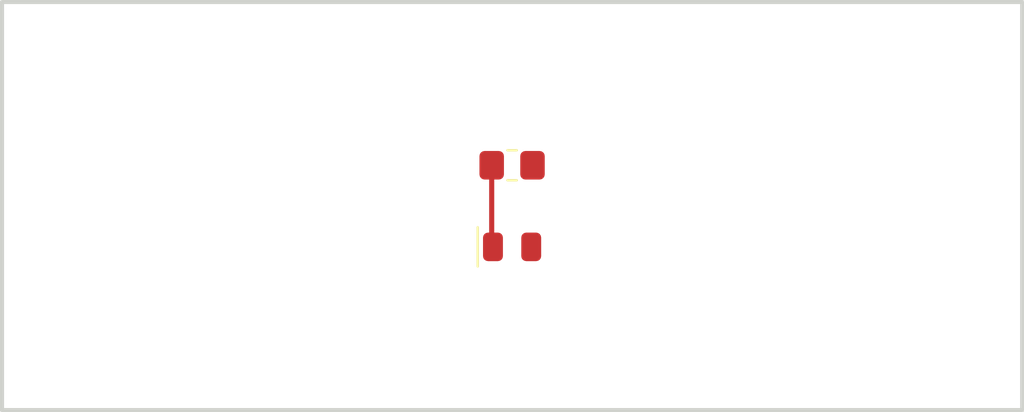
<source format=kicad_pcb>
(kicad_pcb (version 20221018) (generator pcbnew)
  (layers (0 "F.Cu" signal) (31 "B.Cu" signal) (34 "B.Paste" user) (35 "F.Paste" user) (36 "B.SilkS" user "B.Silkscreen") (37 "F.SilkS" user "F.Silkscreen") (38 "B.Mask" user) (39 "F.Mask" user) (44 "Edge.Cuts" user))
  (net 0 "")
  (net 1 "+3V3")
  (net 2 "GND")
  (net 3 "Net-(D1-A)")
  (gr_line (start 100 100) (end 150 100) (stroke (width 0.2)) (layer "Edge.Cuts"))
  (gr_line (start 150 100) (end 150 120) (stroke (width 0.2)) (layer "Edge.Cuts"))
  (gr_line (start 150 120) (end 100 120) (stroke (width 0.2)) (layer "Edge.Cuts"))
  (gr_line (start 100 120) (end 100 100) (stroke (width 0.2)) (layer "Edge.Cuts"))
  (footprint "Resistor_SMD:R_0805_2012Metric" (layer "F.Cu") (at 125 108)
    (property "Reference" "R1" (at 0 -1.65 0) (layer "F.SilkS"))
    (property "Value" "220")
    (fp_line (start -0.227064 -0.735) (end 0.227064 -0.735) (stroke (width 0.12)) (layer "F.SilkS"))
    (fp_line (start -0.227064 0.735) (end 0.227064 0.735) (stroke (width 0.12)) (layer "F.SilkS"))
    (pad "1" smd roundrect (at -1 0) (size 1.2 1.4) (layers "F.Cu" "F.Paste" "F.Mask") (roundrect_rratio 0.208333) (net 1 "+3V3"))
    (pad "2" smd roundrect (at 1 0) (size 1.2 1.4) (layers "F.Cu" "F.Paste" "F.Mask") (roundrect_rratio 0.208333) (net 3 "Net-(D1-A)"))
  )
  (footprint "LED_SMD:LED_0805_2012Metric" (layer "F.Cu") (at 125 112)
    (property "Reference" "D1" (at 0 -1.65 0) (layer "F.SilkS"))
    (property "Value" "RED")
    (fp_line (start -1.685 -0.96) (end -1.685 0.96) (stroke (width 0.12)) (layer "F.SilkS"))
    (pad "1" smd roundrect (at -0.9375 0) (size 0.975 1.4) (layers "F.Cu" "F.Paste" "F.Mask") (net 3 "Net-(D1-A)"))
    (pad "2" smd roundrect (at 0.9375 0) (size 0.975 1.4) (layers "F.Cu" "F.Paste" "F.Mask") (net 2 "GND"))
  )
  (segment (start 124 108) (end 124 112) (width 0.25) (layer "F.Cu") (net 3))
)
</source>
